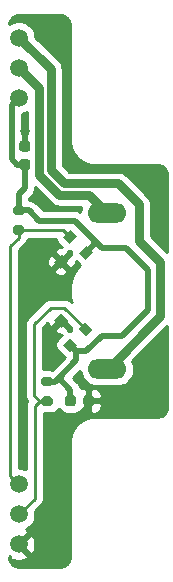
<source format=gbr>
%TF.GenerationSoftware,KiCad,Pcbnew,5.1.9-73d0e3b20d~88~ubuntu20.04.1*%
%TF.CreationDate,2021-04-02T20:19:58-07:00*%
%TF.ProjectId,encoder,656e636f-6465-4722-9e6b-696361645f70,rev?*%
%TF.SameCoordinates,Original*%
%TF.FileFunction,Copper,L1,Top*%
%TF.FilePolarity,Positive*%
%FSLAX46Y46*%
G04 Gerber Fmt 4.6, Leading zero omitted, Abs format (unit mm)*
G04 Created by KiCad (PCBNEW 5.1.9-73d0e3b20d~88~ubuntu20.04.1) date 2021-04-02 20:19:58*
%MOMM*%
%LPD*%
G01*
G04 APERTURE LIST*
%TA.AperFunction,ComponentPad*%
%ADD10O,3.300000X1.650000*%
%TD*%
%TA.AperFunction,ComponentPad*%
%ADD11C,1.520000*%
%TD*%
%TA.AperFunction,SMDPad,CuDef*%
%ADD12C,0.100000*%
%TD*%
%TA.AperFunction,ViaPad*%
%ADD13C,0.800000*%
%TD*%
%TA.AperFunction,Conductor*%
%ADD14C,0.750000*%
%TD*%
%TA.AperFunction,Conductor*%
%ADD15C,0.250000*%
%TD*%
%TA.AperFunction,Conductor*%
%ADD16C,0.500000*%
%TD*%
%TA.AperFunction,Conductor*%
%ADD17C,0.254000*%
%TD*%
%TA.AperFunction,Conductor*%
%ADD18C,0.100000*%
%TD*%
G04 APERTURE END LIST*
%TO.P,C2,2*%
%TO.N,/GND*%
%TA.AperFunction,SMDPad,CuDef*%
G36*
G01*
X97975000Y-109546200D02*
X97975000Y-109046200D01*
G75*
G02*
X98200000Y-108821200I225000J0D01*
G01*
X98650000Y-108821200D01*
G75*
G02*
X98875000Y-109046200I0J-225000D01*
G01*
X98875000Y-109546200D01*
G75*
G02*
X98650000Y-109771200I-225000J0D01*
G01*
X98200000Y-109771200D01*
G75*
G02*
X97975000Y-109546200I0J225000D01*
G01*
G37*
%TD.AperFunction*%
%TO.P,C2,1*%
%TO.N,/VCC*%
%TA.AperFunction,SMDPad,CuDef*%
G36*
G01*
X96425000Y-109546200D02*
X96425000Y-109046200D01*
G75*
G02*
X96650000Y-108821200I225000J0D01*
G01*
X97100000Y-108821200D01*
G75*
G02*
X97325000Y-109046200I0J-225000D01*
G01*
X97325000Y-109546200D01*
G75*
G02*
X97100000Y-109771200I-225000J0D01*
G01*
X96650000Y-109771200D01*
G75*
G02*
X96425000Y-109546200I0J225000D01*
G01*
G37*
%TD.AperFunction*%
%TD*%
%TO.P,C1,2*%
%TO.N,/GND*%
%TA.AperFunction,SMDPad,CuDef*%
G36*
G01*
X93264800Y-88194000D02*
X92764800Y-88194000D01*
G75*
G02*
X92539800Y-87969000I0J225000D01*
G01*
X92539800Y-87519000D01*
G75*
G02*
X92764800Y-87294000I225000J0D01*
G01*
X93264800Y-87294000D01*
G75*
G02*
X93489800Y-87519000I0J-225000D01*
G01*
X93489800Y-87969000D01*
G75*
G02*
X93264800Y-88194000I-225000J0D01*
G01*
G37*
%TD.AperFunction*%
%TO.P,C1,1*%
%TO.N,/VCC*%
%TA.AperFunction,SMDPad,CuDef*%
G36*
G01*
X93264800Y-89744000D02*
X92764800Y-89744000D01*
G75*
G02*
X92539800Y-89519000I0J225000D01*
G01*
X92539800Y-89069000D01*
G75*
G02*
X92764800Y-88844000I225000J0D01*
G01*
X93264800Y-88844000D01*
G75*
G02*
X93489800Y-89069000I0J-225000D01*
G01*
X93489800Y-89519000D01*
G75*
G02*
X93264800Y-89744000I-225000J0D01*
G01*
G37*
%TD.AperFunction*%
%TD*%
D10*
%TO.P,CN1,7*%
%TO.N,/MOTOR-*%
X100000000Y-106625200D03*
%TO.P,CN1,8*%
%TO.N,/MOTOR+*%
X100000000Y-93375200D03*
D11*
%TO.P,CN1,3*%
%TO.N,/QUADB*%
X92519900Y-116380000D03*
%TO.P,CN1,2*%
%TO.N,/QUADA*%
X92519900Y-118920000D03*
%TO.P,CN1,1*%
%TO.N,/GND*%
X92519900Y-121460000D03*
%TO.P,CN1,6*%
%TO.N,/MOTOR-*%
X92519900Y-78540000D03*
%TO.P,CN1,5*%
%TO.N,/MOTOR+*%
X92519900Y-81080000D03*
%TO.P,CN1,4*%
%TO.N,/VCC*%
X92519900Y-83620000D03*
%TD*%
%TO.P,R2,2*%
%TO.N,/QUADB*%
%TA.AperFunction,SMDPad,CuDef*%
G36*
G01*
X92225000Y-94425000D02*
X92775000Y-94425000D01*
G75*
G02*
X92975000Y-94625000I0J-200000D01*
G01*
X92975000Y-95025000D01*
G75*
G02*
X92775000Y-95225000I-200000J0D01*
G01*
X92225000Y-95225000D01*
G75*
G02*
X92025000Y-95025000I0J200000D01*
G01*
X92025000Y-94625000D01*
G75*
G02*
X92225000Y-94425000I200000J0D01*
G01*
G37*
%TD.AperFunction*%
%TO.P,R2,1*%
%TO.N,/VCC*%
%TA.AperFunction,SMDPad,CuDef*%
G36*
G01*
X92225000Y-92775000D02*
X92775000Y-92775000D01*
G75*
G02*
X92975000Y-92975000I0J-200000D01*
G01*
X92975000Y-93375000D01*
G75*
G02*
X92775000Y-93575000I-200000J0D01*
G01*
X92225000Y-93575000D01*
G75*
G02*
X92025000Y-93375000I0J200000D01*
G01*
X92025000Y-92975000D01*
G75*
G02*
X92225000Y-92775000I200000J0D01*
G01*
G37*
%TD.AperFunction*%
%TD*%
%TO.P,R1,2*%
%TO.N,/QUADA*%
%TA.AperFunction,SMDPad,CuDef*%
G36*
G01*
X94625000Y-108925000D02*
X95175000Y-108925000D01*
G75*
G02*
X95375000Y-109125000I0J-200000D01*
G01*
X95375000Y-109525000D01*
G75*
G02*
X95175000Y-109725000I-200000J0D01*
G01*
X94625000Y-109725000D01*
G75*
G02*
X94425000Y-109525000I0J200000D01*
G01*
X94425000Y-109125000D01*
G75*
G02*
X94625000Y-108925000I200000J0D01*
G01*
G37*
%TD.AperFunction*%
%TO.P,R1,1*%
%TO.N,/VCC*%
%TA.AperFunction,SMDPad,CuDef*%
G36*
G01*
X94625000Y-107275000D02*
X95175000Y-107275000D01*
G75*
G02*
X95375000Y-107475000I0J-200000D01*
G01*
X95375000Y-107875000D01*
G75*
G02*
X95175000Y-108075000I-200000J0D01*
G01*
X94625000Y-108075000D01*
G75*
G02*
X94425000Y-107875000I0J200000D01*
G01*
X94425000Y-107475000D01*
G75*
G02*
X94625000Y-107275000I200000J0D01*
G01*
G37*
%TD.AperFunction*%
%TD*%
%TA.AperFunction,SMDPad,CuDef*%
D12*
%TO.P,Q2,3*%
%TO.N,/GND*%
G36*
X96693934Y-102528248D02*
G01*
X96128248Y-103093934D01*
X95491852Y-102457538D01*
X96057538Y-101891852D01*
X96693934Y-102528248D01*
G37*
%TD.AperFunction*%
%TA.AperFunction,SMDPad,CuDef*%
%TO.P,Q2,2*%
%TO.N,/QUADA*%
G36*
X98779899Y-103270710D02*
G01*
X98214213Y-103836396D01*
X97577817Y-103200000D01*
X98143503Y-102634314D01*
X98779899Y-103270710D01*
G37*
%TD.AperFunction*%
%TA.AperFunction,SMDPad,CuDef*%
%TO.P,Q2,1*%
%TO.N,/VCC*%
G36*
X97436396Y-104614213D02*
G01*
X96870710Y-105179899D01*
X96234314Y-104543503D01*
X96800000Y-103977817D01*
X97436396Y-104614213D01*
G37*
%TD.AperFunction*%
%TD*%
%TA.AperFunction,SMDPad,CuDef*%
%TO.P,Q1,3*%
%TO.N,/GND*%
G36*
X96128248Y-96906066D02*
G01*
X96693934Y-97471752D01*
X96057538Y-98108148D01*
X95491852Y-97542462D01*
X96128248Y-96906066D01*
G37*
%TD.AperFunction*%
%TA.AperFunction,SMDPad,CuDef*%
%TO.P,Q1,2*%
%TO.N,/QUADB*%
G36*
X96870710Y-94820101D02*
G01*
X97436396Y-95385787D01*
X96800000Y-96022183D01*
X96234314Y-95456497D01*
X96870710Y-94820101D01*
G37*
%TD.AperFunction*%
%TA.AperFunction,SMDPad,CuDef*%
%TO.P,Q1,1*%
%TO.N,/VCC*%
G36*
X98214213Y-96163604D02*
G01*
X98779899Y-96729290D01*
X98143503Y-97365686D01*
X97577817Y-96800000D01*
X98214213Y-96163604D01*
G37*
%TD.AperFunction*%
%TD*%
D13*
%TO.N,/GND*%
X94600000Y-98500000D03*
X94200000Y-92100000D03*
X97000000Y-89300000D03*
X95200000Y-104900000D03*
X95200000Y-111400000D03*
X93014800Y-86461600D03*
%TD*%
D14*
%TO.N,/MOTOR-*%
X100029200Y-106625200D02*
X100000000Y-106625200D01*
X95200000Y-89764400D02*
X96335600Y-90900000D01*
X96335600Y-90900000D02*
X100900000Y-90900000D01*
X100900000Y-90900000D02*
X102675700Y-92675700D01*
X92519900Y-78540000D02*
X95200000Y-81220100D01*
X95200000Y-81220100D02*
X95200000Y-89764400D01*
X102675700Y-92675700D02*
X102675700Y-95741500D01*
X104495600Y-102158800D02*
X100029200Y-106625200D01*
X102675700Y-95741500D02*
X104495600Y-97561400D01*
X104495600Y-97561400D02*
X104495600Y-102158800D01*
%TO.N,/MOTOR+*%
X94249989Y-82810089D02*
X92519900Y-81080000D01*
X98474811Y-91850011D02*
X95942093Y-91850011D01*
X100000000Y-93375200D02*
X98474811Y-91850011D01*
X94249989Y-90157907D02*
X94249989Y-82810089D01*
X95942093Y-91850011D02*
X94249989Y-90157907D01*
D15*
%TO.N,/QUADB*%
X91800000Y-96200000D02*
X92500000Y-95500000D01*
X91800000Y-113120100D02*
X91800000Y-96200000D01*
X92500000Y-95500000D02*
X92500000Y-94510000D01*
X91800000Y-115660100D02*
X92201695Y-116061795D01*
X91800000Y-113120100D02*
X91800000Y-115660100D01*
X96232413Y-94818200D02*
X92506800Y-94818200D01*
X92506800Y-94818200D02*
X92500000Y-94825000D01*
X96835355Y-95421142D02*
X96232413Y-94818200D01*
%TO.N,/QUADA*%
X98200000Y-103497057D02*
X98090280Y-103606777D01*
X94900000Y-109325000D02*
X94262800Y-109325000D01*
X96345400Y-101401897D02*
X98178858Y-103235355D01*
X96345400Y-101400000D02*
X96345400Y-101401897D01*
X95200000Y-101400000D02*
X96345400Y-101400000D01*
X93802200Y-102797800D02*
X95200000Y-101400000D01*
X93802200Y-108864400D02*
X93802200Y-102797800D01*
X94262800Y-109325000D02*
X93802200Y-108864400D01*
X93853000Y-117586900D02*
X92519900Y-118920000D01*
X93853000Y-109734800D02*
X93853000Y-117586900D01*
X94262800Y-109325000D02*
X93853000Y-109734800D01*
D16*
%TO.N,/GND*%
X94600000Y-98500000D02*
X95124200Y-98500000D01*
X95124200Y-98475800D02*
X95124200Y-98500000D01*
X96092893Y-97507107D02*
X95124200Y-98475800D01*
X95200000Y-103402600D02*
X95200000Y-104900000D01*
X96092893Y-102509707D02*
X95200000Y-103402600D01*
X96092893Y-102492893D02*
X96092893Y-102509707D01*
X93014800Y-87744000D02*
X93014800Y-86461600D01*
X98425000Y-109296200D02*
X98425000Y-109753400D01*
X96778400Y-111400000D02*
X95200000Y-111400000D01*
X98425000Y-109753400D02*
X96778400Y-111400000D01*
%TO.N,/VCC*%
X98178858Y-96764645D02*
X99071952Y-95871552D01*
X96835355Y-104578858D02*
X97361697Y-105105200D01*
X97361697Y-105528303D02*
X97361697Y-105105200D01*
X97361697Y-105863703D02*
X97361697Y-105528303D01*
X94900000Y-107675000D02*
X95550400Y-107675000D01*
X101574600Y-96367600D02*
X99568000Y-96367600D01*
X103454200Y-98247200D02*
X101574600Y-96367600D01*
X103454200Y-101600000D02*
X103454200Y-98247200D01*
X101257100Y-103797100D02*
X103454200Y-101600000D01*
X99568000Y-96367600D02*
X99071952Y-95871552D01*
X99529900Y-103797100D02*
X101257100Y-103797100D01*
X98221800Y-105105200D02*
X99529900Y-103797100D01*
X97361697Y-105105200D02*
X98221800Y-105105200D01*
X93360772Y-93175000D02*
X92500000Y-93175000D01*
X94241972Y-94056200D02*
X93360772Y-93175000D01*
X97256600Y-94056200D02*
X94241972Y-94056200D01*
X99071952Y-95871552D02*
X97256600Y-94056200D01*
X91900000Y-84239900D02*
X92519900Y-83620000D01*
X92500000Y-93175000D02*
X92500000Y-92728600D01*
X92500000Y-92728600D02*
X92500000Y-91802400D01*
X93014800Y-91287600D02*
X93014800Y-89294000D01*
X92500000Y-91802400D02*
X93014800Y-91287600D01*
X93014800Y-89294000D02*
X92367400Y-89294000D01*
X91900000Y-88826600D02*
X91900000Y-84239900D01*
X92367400Y-89294000D02*
X91900000Y-88826600D01*
X96875000Y-108355800D02*
X95872300Y-107353100D01*
X96875000Y-109296200D02*
X96875000Y-108355800D01*
X95872300Y-107353100D02*
X97361697Y-105863703D01*
X95550400Y-107675000D02*
X95872300Y-107353100D01*
%TD*%
D17*
%TO.N,/GND*%
X105090000Y-109774659D02*
X105079458Y-109911704D01*
X105075749Y-109959926D01*
X105063954Y-110011036D01*
X105041495Y-110078415D01*
X105009514Y-110155168D01*
X104974904Y-110224388D01*
X104942338Y-110275563D01*
X104896606Y-110332729D01*
X104842665Y-110392663D01*
X104782739Y-110446596D01*
X104725561Y-110492339D01*
X104674388Y-110524904D01*
X104605168Y-110559514D01*
X104528418Y-110591494D01*
X104461037Y-110613954D01*
X104409926Y-110625749D01*
X104361705Y-110629458D01*
X104361703Y-110629458D01*
X104224659Y-110640000D01*
X99007025Y-110640000D01*
X98981703Y-110639458D01*
X98974657Y-110640000D01*
X98967581Y-110640000D01*
X98942341Y-110642486D01*
X98851705Y-110649458D01*
X98851703Y-110649458D01*
X98737003Y-110658281D01*
X98719810Y-110657115D01*
X98672329Y-110663256D01*
X98657057Y-110664431D01*
X98640175Y-110667415D01*
X98623181Y-110669613D01*
X98608263Y-110673056D01*
X98561111Y-110681390D01*
X98545052Y-110687643D01*
X98462458Y-110706703D01*
X98432045Y-110713618D01*
X98431041Y-110713953D01*
X98430004Y-110714192D01*
X98400388Y-110724170D01*
X98289133Y-110761255D01*
X98266080Y-110768301D01*
X98258420Y-110771493D01*
X98250535Y-110774121D01*
X98228499Y-110783960D01*
X98125087Y-110827048D01*
X98103836Y-110835180D01*
X98095163Y-110839516D01*
X98086229Y-110843239D01*
X98066213Y-110853992D01*
X98011519Y-110881339D01*
X98009945Y-110881778D01*
X97953411Y-110910393D01*
X97925843Y-110924177D01*
X97924468Y-110925043D01*
X97923013Y-110925779D01*
X97896923Y-110942382D01*
X97843387Y-110976082D01*
X97842202Y-110977205D01*
X97837738Y-110980045D01*
X97834698Y-110981260D01*
X97782930Y-111014923D01*
X97758312Y-111030589D01*
X97755753Y-111032595D01*
X97753016Y-111034375D01*
X97730180Y-111052644D01*
X97681634Y-111090703D01*
X97679500Y-111093188D01*
X97638035Y-111126360D01*
X97622580Y-111137739D01*
X97612725Y-111146608D01*
X97602387Y-111154879D01*
X97588660Y-111168267D01*
X97545069Y-111207500D01*
X97543077Y-111208703D01*
X97496760Y-111250978D01*
X97474387Y-111271114D01*
X97472830Y-111272820D01*
X97471113Y-111274387D01*
X97450885Y-111296862D01*
X97408703Y-111343077D01*
X97407500Y-111345069D01*
X97368271Y-111388657D01*
X97354879Y-111402387D01*
X97346603Y-111412733D01*
X97337739Y-111422581D01*
X97326365Y-111438029D01*
X97293190Y-111479499D01*
X97290703Y-111481634D01*
X97252611Y-111530223D01*
X97234375Y-111553017D01*
X97232599Y-111555748D01*
X97230589Y-111558312D01*
X97214910Y-111582950D01*
X97181259Y-111634699D01*
X97180043Y-111637741D01*
X97177205Y-111642202D01*
X97176082Y-111643387D01*
X97142445Y-111696823D01*
X97125779Y-111723013D01*
X97125043Y-111724468D01*
X97124177Y-111725843D01*
X97110393Y-111753411D01*
X97081778Y-111809945D01*
X97081339Y-111811519D01*
X97053992Y-111866213D01*
X97043239Y-111886229D01*
X97039516Y-111895163D01*
X97035180Y-111903836D01*
X97027045Y-111925094D01*
X96983960Y-112028499D01*
X96974121Y-112050535D01*
X96971493Y-112058420D01*
X96968301Y-112066080D01*
X96961254Y-112089136D01*
X96924196Y-112200312D01*
X96914192Y-112230004D01*
X96913952Y-112231044D01*
X96913618Y-112232046D01*
X96906715Y-112262403D01*
X96887643Y-112345051D01*
X96881390Y-112361111D01*
X96873055Y-112408266D01*
X96869613Y-112423182D01*
X96867415Y-112440173D01*
X96864431Y-112457057D01*
X96863256Y-112472330D01*
X96857115Y-112519810D01*
X96858281Y-112537003D01*
X96854431Y-112587057D01*
X96842483Y-112742384D01*
X96840001Y-112767581D01*
X96840001Y-112774645D01*
X96839458Y-112781704D01*
X96840001Y-112807072D01*
X96840000Y-122474659D01*
X96829458Y-122611703D01*
X96825749Y-122659926D01*
X96813954Y-122711036D01*
X96791495Y-122778415D01*
X96759514Y-122855168D01*
X96724904Y-122924388D01*
X96692338Y-122975563D01*
X96646606Y-123032729D01*
X96592665Y-123092663D01*
X96532739Y-123146596D01*
X96475561Y-123192339D01*
X96424388Y-123224904D01*
X96355168Y-123259514D01*
X96278418Y-123291494D01*
X96211037Y-123313954D01*
X96159926Y-123325749D01*
X96111705Y-123329458D01*
X96111703Y-123329458D01*
X95974659Y-123340000D01*
X92525341Y-123340000D01*
X92388296Y-123329458D01*
X92388295Y-123329458D01*
X92340074Y-123325749D01*
X92288964Y-123313954D01*
X92221585Y-123291495D01*
X92144832Y-123259514D01*
X92075612Y-123224904D01*
X92024437Y-123192338D01*
X91967271Y-123146606D01*
X91907337Y-123092665D01*
X91853404Y-123032739D01*
X91807661Y-122975561D01*
X91775096Y-122924388D01*
X91740486Y-122855168D01*
X91708506Y-122778418D01*
X91686046Y-122711037D01*
X91674251Y-122659926D01*
X91670542Y-122611703D01*
X91661775Y-122497733D01*
X91735369Y-122424139D01*
X91802106Y-122664025D01*
X92050792Y-122780924D01*
X92317506Y-122847061D01*
X92591997Y-122859895D01*
X92863717Y-122818931D01*
X93122226Y-122725744D01*
X93237694Y-122664025D01*
X93304431Y-122424137D01*
X92519900Y-121639605D01*
X92505758Y-121653748D01*
X92326152Y-121474142D01*
X92340295Y-121460000D01*
X92699505Y-121460000D01*
X93484037Y-122244531D01*
X93723925Y-122177794D01*
X93840824Y-121929108D01*
X93906961Y-121662394D01*
X93919795Y-121387903D01*
X93878831Y-121116183D01*
X93785644Y-120857674D01*
X93723925Y-120742206D01*
X93484037Y-120675469D01*
X92699505Y-121460000D01*
X92340295Y-121460000D01*
X92326152Y-121445858D01*
X92505758Y-121266252D01*
X92519900Y-121280395D01*
X93304431Y-120495863D01*
X93237694Y-120255975D01*
X93098193Y-120190400D01*
X93180680Y-120156233D01*
X93409161Y-120003567D01*
X93603467Y-119809261D01*
X93756133Y-119580780D01*
X93861291Y-119326907D01*
X93914900Y-119057396D01*
X93914900Y-118782604D01*
X93884571Y-118630130D01*
X94364003Y-118150699D01*
X94393001Y-118126901D01*
X94419332Y-118094817D01*
X94487974Y-118011177D01*
X94558546Y-117879147D01*
X94590138Y-117775000D01*
X94602003Y-117735886D01*
X94613000Y-117624233D01*
X94613000Y-117624224D01*
X94616676Y-117586901D01*
X94613000Y-117549578D01*
X94613000Y-110361890D01*
X94625000Y-110363072D01*
X95175000Y-110363072D01*
X95338500Y-110346969D01*
X95495716Y-110299278D01*
X95640608Y-110221831D01*
X95767606Y-110117606D01*
X95871831Y-109990608D01*
X95892729Y-109951511D01*
X95932382Y-110025697D01*
X96039716Y-110156484D01*
X96170503Y-110263818D01*
X96319717Y-110343575D01*
X96481623Y-110392688D01*
X96650000Y-110409272D01*
X97100000Y-110409272D01*
X97268377Y-110392688D01*
X97430283Y-110343575D01*
X97576351Y-110265500D01*
X97620506Y-110301737D01*
X97730820Y-110360702D01*
X97850518Y-110397012D01*
X97975000Y-110409272D01*
X98139250Y-110406200D01*
X98298000Y-110247450D01*
X98298000Y-109423200D01*
X98552000Y-109423200D01*
X98552000Y-110247450D01*
X98710750Y-110406200D01*
X98875000Y-110409272D01*
X98999482Y-110397012D01*
X99119180Y-110360702D01*
X99229494Y-110301737D01*
X99326185Y-110222385D01*
X99405537Y-110125694D01*
X99464502Y-110015380D01*
X99500812Y-109895682D01*
X99513072Y-109771200D01*
X99510000Y-109581950D01*
X99351250Y-109423200D01*
X98552000Y-109423200D01*
X98298000Y-109423200D01*
X98278000Y-109423200D01*
X98278000Y-109169200D01*
X98298000Y-109169200D01*
X98298000Y-108344950D01*
X98552000Y-108344950D01*
X98552000Y-109169200D01*
X99351250Y-109169200D01*
X99510000Y-109010450D01*
X99513072Y-108821200D01*
X99500812Y-108696718D01*
X99464502Y-108577020D01*
X99405537Y-108466706D01*
X99326185Y-108370015D01*
X99229494Y-108290663D01*
X99119180Y-108231698D01*
X98999482Y-108195388D01*
X98875000Y-108183128D01*
X98710750Y-108186200D01*
X98552000Y-108344950D01*
X98298000Y-108344950D01*
X98139250Y-108186200D01*
X97975000Y-108183128D01*
X97850518Y-108195388D01*
X97751443Y-108225442D01*
X97747195Y-108182310D01*
X97743176Y-108169059D01*
X97719954Y-108092510D01*
X97696589Y-108015487D01*
X97614411Y-107861741D01*
X97503817Y-107726983D01*
X97470049Y-107699270D01*
X97123879Y-107353100D01*
X97720833Y-106756146D01*
X97736125Y-106911410D01*
X97819610Y-107186621D01*
X97955181Y-107440257D01*
X98137629Y-107662571D01*
X98359943Y-107845019D01*
X98613579Y-107980590D01*
X98888790Y-108064075D01*
X99103277Y-108085200D01*
X100896723Y-108085200D01*
X101111210Y-108064075D01*
X101386421Y-107980590D01*
X101640057Y-107845019D01*
X101862371Y-107662571D01*
X102044819Y-107440257D01*
X102180390Y-107186621D01*
X102263875Y-106911410D01*
X102292064Y-106625200D01*
X102263875Y-106338990D01*
X102180390Y-106063779D01*
X102124165Y-105958590D01*
X105090000Y-102992756D01*
X105090000Y-109774659D01*
%TA.AperFunction,Conductor*%
D18*
G36*
X105090000Y-109774659D02*
G01*
X105079458Y-109911704D01*
X105075749Y-109959926D01*
X105063954Y-110011036D01*
X105041495Y-110078415D01*
X105009514Y-110155168D01*
X104974904Y-110224388D01*
X104942338Y-110275563D01*
X104896606Y-110332729D01*
X104842665Y-110392663D01*
X104782739Y-110446596D01*
X104725561Y-110492339D01*
X104674388Y-110524904D01*
X104605168Y-110559514D01*
X104528418Y-110591494D01*
X104461037Y-110613954D01*
X104409926Y-110625749D01*
X104361705Y-110629458D01*
X104361703Y-110629458D01*
X104224659Y-110640000D01*
X99007025Y-110640000D01*
X98981703Y-110639458D01*
X98974657Y-110640000D01*
X98967581Y-110640000D01*
X98942341Y-110642486D01*
X98851705Y-110649458D01*
X98851703Y-110649458D01*
X98737003Y-110658281D01*
X98719810Y-110657115D01*
X98672329Y-110663256D01*
X98657057Y-110664431D01*
X98640175Y-110667415D01*
X98623181Y-110669613D01*
X98608263Y-110673056D01*
X98561111Y-110681390D01*
X98545052Y-110687643D01*
X98462458Y-110706703D01*
X98432045Y-110713618D01*
X98431041Y-110713953D01*
X98430004Y-110714192D01*
X98400388Y-110724170D01*
X98289133Y-110761255D01*
X98266080Y-110768301D01*
X98258420Y-110771493D01*
X98250535Y-110774121D01*
X98228499Y-110783960D01*
X98125087Y-110827048D01*
X98103836Y-110835180D01*
X98095163Y-110839516D01*
X98086229Y-110843239D01*
X98066213Y-110853992D01*
X98011519Y-110881339D01*
X98009945Y-110881778D01*
X97953411Y-110910393D01*
X97925843Y-110924177D01*
X97924468Y-110925043D01*
X97923013Y-110925779D01*
X97896923Y-110942382D01*
X97843387Y-110976082D01*
X97842202Y-110977205D01*
X97837738Y-110980045D01*
X97834698Y-110981260D01*
X97782930Y-111014923D01*
X97758312Y-111030589D01*
X97755753Y-111032595D01*
X97753016Y-111034375D01*
X97730180Y-111052644D01*
X97681634Y-111090703D01*
X97679500Y-111093188D01*
X97638035Y-111126360D01*
X97622580Y-111137739D01*
X97612725Y-111146608D01*
X97602387Y-111154879D01*
X97588660Y-111168267D01*
X97545069Y-111207500D01*
X97543077Y-111208703D01*
X97496760Y-111250978D01*
X97474387Y-111271114D01*
X97472830Y-111272820D01*
X97471113Y-111274387D01*
X97450885Y-111296862D01*
X97408703Y-111343077D01*
X97407500Y-111345069D01*
X97368271Y-111388657D01*
X97354879Y-111402387D01*
X97346603Y-111412733D01*
X97337739Y-111422581D01*
X97326365Y-111438029D01*
X97293190Y-111479499D01*
X97290703Y-111481634D01*
X97252611Y-111530223D01*
X97234375Y-111553017D01*
X97232599Y-111555748D01*
X97230589Y-111558312D01*
X97214910Y-111582950D01*
X97181259Y-111634699D01*
X97180043Y-111637741D01*
X97177205Y-111642202D01*
X97176082Y-111643387D01*
X97142445Y-111696823D01*
X97125779Y-111723013D01*
X97125043Y-111724468D01*
X97124177Y-111725843D01*
X97110393Y-111753411D01*
X97081778Y-111809945D01*
X97081339Y-111811519D01*
X97053992Y-111866213D01*
X97043239Y-111886229D01*
X97039516Y-111895163D01*
X97035180Y-111903836D01*
X97027045Y-111925094D01*
X96983960Y-112028499D01*
X96974121Y-112050535D01*
X96971493Y-112058420D01*
X96968301Y-112066080D01*
X96961254Y-112089136D01*
X96924196Y-112200312D01*
X96914192Y-112230004D01*
X96913952Y-112231044D01*
X96913618Y-112232046D01*
X96906715Y-112262403D01*
X96887643Y-112345051D01*
X96881390Y-112361111D01*
X96873055Y-112408266D01*
X96869613Y-112423182D01*
X96867415Y-112440173D01*
X96864431Y-112457057D01*
X96863256Y-112472330D01*
X96857115Y-112519810D01*
X96858281Y-112537003D01*
X96854431Y-112587057D01*
X96842483Y-112742384D01*
X96840001Y-112767581D01*
X96840001Y-112774645D01*
X96839458Y-112781704D01*
X96840001Y-112807072D01*
X96840000Y-122474659D01*
X96829458Y-122611703D01*
X96825749Y-122659926D01*
X96813954Y-122711036D01*
X96791495Y-122778415D01*
X96759514Y-122855168D01*
X96724904Y-122924388D01*
X96692338Y-122975563D01*
X96646606Y-123032729D01*
X96592665Y-123092663D01*
X96532739Y-123146596D01*
X96475561Y-123192339D01*
X96424388Y-123224904D01*
X96355168Y-123259514D01*
X96278418Y-123291494D01*
X96211037Y-123313954D01*
X96159926Y-123325749D01*
X96111705Y-123329458D01*
X96111703Y-123329458D01*
X95974659Y-123340000D01*
X92525341Y-123340000D01*
X92388296Y-123329458D01*
X92388295Y-123329458D01*
X92340074Y-123325749D01*
X92288964Y-123313954D01*
X92221585Y-123291495D01*
X92144832Y-123259514D01*
X92075612Y-123224904D01*
X92024437Y-123192338D01*
X91967271Y-123146606D01*
X91907337Y-123092665D01*
X91853404Y-123032739D01*
X91807661Y-122975561D01*
X91775096Y-122924388D01*
X91740486Y-122855168D01*
X91708506Y-122778418D01*
X91686046Y-122711037D01*
X91674251Y-122659926D01*
X91670542Y-122611703D01*
X91661775Y-122497733D01*
X91735369Y-122424139D01*
X91802106Y-122664025D01*
X92050792Y-122780924D01*
X92317506Y-122847061D01*
X92591997Y-122859895D01*
X92863717Y-122818931D01*
X93122226Y-122725744D01*
X93237694Y-122664025D01*
X93304431Y-122424137D01*
X92519900Y-121639605D01*
X92505758Y-121653748D01*
X92326152Y-121474142D01*
X92340295Y-121460000D01*
X92699505Y-121460000D01*
X93484037Y-122244531D01*
X93723925Y-122177794D01*
X93840824Y-121929108D01*
X93906961Y-121662394D01*
X93919795Y-121387903D01*
X93878831Y-121116183D01*
X93785644Y-120857674D01*
X93723925Y-120742206D01*
X93484037Y-120675469D01*
X92699505Y-121460000D01*
X92340295Y-121460000D01*
X92326152Y-121445858D01*
X92505758Y-121266252D01*
X92519900Y-121280395D01*
X93304431Y-120495863D01*
X93237694Y-120255975D01*
X93098193Y-120190400D01*
X93180680Y-120156233D01*
X93409161Y-120003567D01*
X93603467Y-119809261D01*
X93756133Y-119580780D01*
X93861291Y-119326907D01*
X93914900Y-119057396D01*
X93914900Y-118782604D01*
X93884571Y-118630130D01*
X94364003Y-118150699D01*
X94393001Y-118126901D01*
X94419332Y-118094817D01*
X94487974Y-118011177D01*
X94558546Y-117879147D01*
X94590138Y-117775000D01*
X94602003Y-117735886D01*
X94613000Y-117624233D01*
X94613000Y-117624224D01*
X94616676Y-117586901D01*
X94613000Y-117549578D01*
X94613000Y-110361890D01*
X94625000Y-110363072D01*
X95175000Y-110363072D01*
X95338500Y-110346969D01*
X95495716Y-110299278D01*
X95640608Y-110221831D01*
X95767606Y-110117606D01*
X95871831Y-109990608D01*
X95892729Y-109951511D01*
X95932382Y-110025697D01*
X96039716Y-110156484D01*
X96170503Y-110263818D01*
X96319717Y-110343575D01*
X96481623Y-110392688D01*
X96650000Y-110409272D01*
X97100000Y-110409272D01*
X97268377Y-110392688D01*
X97430283Y-110343575D01*
X97576351Y-110265500D01*
X97620506Y-110301737D01*
X97730820Y-110360702D01*
X97850518Y-110397012D01*
X97975000Y-110409272D01*
X98139250Y-110406200D01*
X98298000Y-110247450D01*
X98298000Y-109423200D01*
X98552000Y-109423200D01*
X98552000Y-110247450D01*
X98710750Y-110406200D01*
X98875000Y-110409272D01*
X98999482Y-110397012D01*
X99119180Y-110360702D01*
X99229494Y-110301737D01*
X99326185Y-110222385D01*
X99405537Y-110125694D01*
X99464502Y-110015380D01*
X99500812Y-109895682D01*
X99513072Y-109771200D01*
X99510000Y-109581950D01*
X99351250Y-109423200D01*
X98552000Y-109423200D01*
X98298000Y-109423200D01*
X98278000Y-109423200D01*
X98278000Y-109169200D01*
X98298000Y-109169200D01*
X98298000Y-108344950D01*
X98552000Y-108344950D01*
X98552000Y-109169200D01*
X99351250Y-109169200D01*
X99510000Y-109010450D01*
X99513072Y-108821200D01*
X99500812Y-108696718D01*
X99464502Y-108577020D01*
X99405537Y-108466706D01*
X99326185Y-108370015D01*
X99229494Y-108290663D01*
X99119180Y-108231698D01*
X98999482Y-108195388D01*
X98875000Y-108183128D01*
X98710750Y-108186200D01*
X98552000Y-108344950D01*
X98298000Y-108344950D01*
X98139250Y-108186200D01*
X97975000Y-108183128D01*
X97850518Y-108195388D01*
X97751443Y-108225442D01*
X97747195Y-108182310D01*
X97743176Y-108169059D01*
X97719954Y-108092510D01*
X97696589Y-108015487D01*
X97614411Y-107861741D01*
X97503817Y-107726983D01*
X97470049Y-107699270D01*
X97123879Y-107353100D01*
X97720833Y-106756146D01*
X97736125Y-106911410D01*
X97819610Y-107186621D01*
X97955181Y-107440257D01*
X98137629Y-107662571D01*
X98359943Y-107845019D01*
X98613579Y-107980590D01*
X98888790Y-108064075D01*
X99103277Y-108085200D01*
X100896723Y-108085200D01*
X101111210Y-108064075D01*
X101386421Y-107980590D01*
X101640057Y-107845019D01*
X101862371Y-107662571D01*
X102044819Y-107440257D01*
X102180390Y-107186621D01*
X102263875Y-106911410D01*
X102292064Y-106625200D01*
X102263875Y-106338990D01*
X102180390Y-106063779D01*
X102124165Y-105958590D01*
X105090000Y-102992756D01*
X105090000Y-109774659D01*
G37*
%TD.AperFunction*%
D17*
X95608502Y-95580979D02*
X95644812Y-95700677D01*
X95703777Y-95810991D01*
X95783129Y-95907682D01*
X96145101Y-96269654D01*
X96128248Y-96267994D01*
X96003767Y-96280255D01*
X95884069Y-96316564D01*
X95773754Y-96375528D01*
X95677063Y-96454881D01*
X95563093Y-96573196D01*
X95563093Y-96797702D01*
X96092893Y-97327502D01*
X96658048Y-96762347D01*
X96658048Y-96642696D01*
X96675518Y-96647995D01*
X96800000Y-96660255D01*
X96924482Y-96647995D01*
X96963989Y-96636011D01*
X96952005Y-96675518D01*
X96939745Y-96800000D01*
X96952005Y-96924482D01*
X96957304Y-96941952D01*
X96837653Y-96941952D01*
X96272498Y-97507107D01*
X96802298Y-98036907D01*
X97026804Y-98036907D01*
X97145119Y-97922937D01*
X97224472Y-97826246D01*
X97283436Y-97715931D01*
X97319745Y-97596233D01*
X97332006Y-97471752D01*
X97330346Y-97454899D01*
X97692318Y-97816871D01*
X97704344Y-97826741D01*
X97545468Y-97985617D01*
X97199644Y-98503179D01*
X96961437Y-99078262D01*
X96840000Y-99688767D01*
X96840000Y-100311233D01*
X96961437Y-100921738D01*
X96976565Y-100958261D01*
X96917885Y-100899581D01*
X96885401Y-100859999D01*
X96769676Y-100765026D01*
X96637647Y-100694454D01*
X96494386Y-100650997D01*
X96382733Y-100640000D01*
X96345400Y-100636323D01*
X96308067Y-100640000D01*
X95237325Y-100640000D01*
X95200000Y-100636324D01*
X95162675Y-100640000D01*
X95162667Y-100640000D01*
X95051014Y-100650997D01*
X94907753Y-100694454D01*
X94775724Y-100765026D01*
X94659999Y-100859999D01*
X94636201Y-100888997D01*
X93291198Y-102234001D01*
X93262200Y-102257799D01*
X93238402Y-102286797D01*
X93238401Y-102286798D01*
X93167226Y-102373524D01*
X93096654Y-102505554D01*
X93073460Y-102582019D01*
X93053198Y-102648814D01*
X93045927Y-102722640D01*
X93038524Y-102797800D01*
X93042201Y-102835132D01*
X93042200Y-108827077D01*
X93038524Y-108864400D01*
X93042200Y-108901722D01*
X93042200Y-108901732D01*
X93053197Y-109013385D01*
X93091229Y-109138761D01*
X93096654Y-109156646D01*
X93167226Y-109288676D01*
X93197037Y-109325000D01*
X93205062Y-109334778D01*
X93167039Y-109405913D01*
X93147454Y-109442554D01*
X93103997Y-109585815D01*
X93093000Y-109697468D01*
X93093000Y-109697478D01*
X93089324Y-109734800D01*
X93093000Y-109772122D01*
X93093001Y-115107449D01*
X92926807Y-115038609D01*
X92657296Y-114985000D01*
X92560000Y-114985000D01*
X92560000Y-98251867D01*
X95527738Y-98251867D01*
X95527738Y-98476374D01*
X95606353Y-98559333D01*
X95703044Y-98638686D01*
X95813358Y-98697650D01*
X95933056Y-98733959D01*
X96057538Y-98746220D01*
X96182019Y-98733959D01*
X96301717Y-98697650D01*
X96412032Y-98638686D01*
X96508723Y-98559333D01*
X96622693Y-98441018D01*
X96622693Y-98216512D01*
X96092893Y-97686712D01*
X95527738Y-98251867D01*
X92560000Y-98251867D01*
X92560000Y-97542462D01*
X94853780Y-97542462D01*
X94866041Y-97666944D01*
X94902350Y-97786642D01*
X94961314Y-97896956D01*
X95040667Y-97993647D01*
X95123626Y-98072262D01*
X95348133Y-98072262D01*
X95913288Y-97507107D01*
X95383488Y-96977307D01*
X95158982Y-96977307D01*
X95040667Y-97091277D01*
X94961314Y-97187968D01*
X94902350Y-97298283D01*
X94866041Y-97417981D01*
X94853780Y-97542462D01*
X92560000Y-97542462D01*
X92560000Y-96514802D01*
X93011009Y-96063794D01*
X93040001Y-96040001D01*
X93063795Y-96011008D01*
X93063799Y-96011004D01*
X93134973Y-95924277D01*
X93134974Y-95924276D01*
X93205546Y-95792247D01*
X93224255Y-95730572D01*
X93240608Y-95721831D01*
X93367606Y-95617606D01*
X93399946Y-95578200D01*
X95608228Y-95578200D01*
X95608502Y-95580979D01*
%TA.AperFunction,Conductor*%
D18*
G36*
X95608502Y-95580979D02*
G01*
X95644812Y-95700677D01*
X95703777Y-95810991D01*
X95783129Y-95907682D01*
X96145101Y-96269654D01*
X96128248Y-96267994D01*
X96003767Y-96280255D01*
X95884069Y-96316564D01*
X95773754Y-96375528D01*
X95677063Y-96454881D01*
X95563093Y-96573196D01*
X95563093Y-96797702D01*
X96092893Y-97327502D01*
X96658048Y-96762347D01*
X96658048Y-96642696D01*
X96675518Y-96647995D01*
X96800000Y-96660255D01*
X96924482Y-96647995D01*
X96963989Y-96636011D01*
X96952005Y-96675518D01*
X96939745Y-96800000D01*
X96952005Y-96924482D01*
X96957304Y-96941952D01*
X96837653Y-96941952D01*
X96272498Y-97507107D01*
X96802298Y-98036907D01*
X97026804Y-98036907D01*
X97145119Y-97922937D01*
X97224472Y-97826246D01*
X97283436Y-97715931D01*
X97319745Y-97596233D01*
X97332006Y-97471752D01*
X97330346Y-97454899D01*
X97692318Y-97816871D01*
X97704344Y-97826741D01*
X97545468Y-97985617D01*
X97199644Y-98503179D01*
X96961437Y-99078262D01*
X96840000Y-99688767D01*
X96840000Y-100311233D01*
X96961437Y-100921738D01*
X96976565Y-100958261D01*
X96917885Y-100899581D01*
X96885401Y-100859999D01*
X96769676Y-100765026D01*
X96637647Y-100694454D01*
X96494386Y-100650997D01*
X96382733Y-100640000D01*
X96345400Y-100636323D01*
X96308067Y-100640000D01*
X95237325Y-100640000D01*
X95200000Y-100636324D01*
X95162675Y-100640000D01*
X95162667Y-100640000D01*
X95051014Y-100650997D01*
X94907753Y-100694454D01*
X94775724Y-100765026D01*
X94659999Y-100859999D01*
X94636201Y-100888997D01*
X93291198Y-102234001D01*
X93262200Y-102257799D01*
X93238402Y-102286797D01*
X93238401Y-102286798D01*
X93167226Y-102373524D01*
X93096654Y-102505554D01*
X93073460Y-102582019D01*
X93053198Y-102648814D01*
X93045927Y-102722640D01*
X93038524Y-102797800D01*
X93042201Y-102835132D01*
X93042200Y-108827077D01*
X93038524Y-108864400D01*
X93042200Y-108901722D01*
X93042200Y-108901732D01*
X93053197Y-109013385D01*
X93091229Y-109138761D01*
X93096654Y-109156646D01*
X93167226Y-109288676D01*
X93197037Y-109325000D01*
X93205062Y-109334778D01*
X93167039Y-109405913D01*
X93147454Y-109442554D01*
X93103997Y-109585815D01*
X93093000Y-109697468D01*
X93093000Y-109697478D01*
X93089324Y-109734800D01*
X93093000Y-109772122D01*
X93093001Y-115107449D01*
X92926807Y-115038609D01*
X92657296Y-114985000D01*
X92560000Y-114985000D01*
X92560000Y-98251867D01*
X95527738Y-98251867D01*
X95527738Y-98476374D01*
X95606353Y-98559333D01*
X95703044Y-98638686D01*
X95813358Y-98697650D01*
X95933056Y-98733959D01*
X96057538Y-98746220D01*
X96182019Y-98733959D01*
X96301717Y-98697650D01*
X96412032Y-98638686D01*
X96508723Y-98559333D01*
X96622693Y-98441018D01*
X96622693Y-98216512D01*
X96092893Y-97686712D01*
X95527738Y-98251867D01*
X92560000Y-98251867D01*
X92560000Y-97542462D01*
X94853780Y-97542462D01*
X94866041Y-97666944D01*
X94902350Y-97786642D01*
X94961314Y-97896956D01*
X95040667Y-97993647D01*
X95123626Y-98072262D01*
X95348133Y-98072262D01*
X95913288Y-97507107D01*
X95383488Y-96977307D01*
X95158982Y-96977307D01*
X95040667Y-97091277D01*
X94961314Y-97187968D01*
X94902350Y-97298283D01*
X94866041Y-97417981D01*
X94853780Y-97542462D01*
X92560000Y-97542462D01*
X92560000Y-96514802D01*
X93011009Y-96063794D01*
X93040001Y-96040001D01*
X93063795Y-96011008D01*
X93063799Y-96011004D01*
X93134973Y-95924277D01*
X93134974Y-95924276D01*
X93205546Y-95792247D01*
X93224255Y-95730572D01*
X93240608Y-95721831D01*
X93367606Y-95617606D01*
X93399946Y-95578200D01*
X95608228Y-95578200D01*
X95608502Y-95580979D01*
G37*
%TD.AperFunction*%
D17*
X96286641Y-102478751D02*
X96272498Y-102492893D01*
X96837653Y-103058048D01*
X96926749Y-103058048D01*
X96951307Y-103082606D01*
X96939745Y-103200000D01*
X96952005Y-103324482D01*
X96963989Y-103363989D01*
X96924482Y-103352005D01*
X96800000Y-103339745D01*
X96675518Y-103352005D01*
X96658048Y-103357304D01*
X96658048Y-103237653D01*
X96092893Y-102672498D01*
X95563093Y-103202298D01*
X95563093Y-103426804D01*
X95677063Y-103545119D01*
X95773754Y-103624472D01*
X95884069Y-103683436D01*
X96003767Y-103719745D01*
X96128248Y-103732006D01*
X96145101Y-103730346D01*
X95783129Y-104092318D01*
X95703777Y-104189009D01*
X95644812Y-104299323D01*
X95608502Y-104419021D01*
X95596242Y-104543503D01*
X95608502Y-104667985D01*
X95644812Y-104787683D01*
X95703777Y-104897997D01*
X95783129Y-104994688D01*
X96381131Y-105592690D01*
X95322379Y-106651443D01*
X95175000Y-106636928D01*
X94625000Y-106636928D01*
X94562200Y-106643113D01*
X94562200Y-103112601D01*
X94926989Y-102747813D01*
X94961314Y-102812032D01*
X95040667Y-102908723D01*
X95158982Y-103022693D01*
X95383488Y-103022693D01*
X95913288Y-102492893D01*
X95899146Y-102478751D01*
X96078751Y-102299146D01*
X96092893Y-102313288D01*
X96107036Y-102299146D01*
X96286641Y-102478751D01*
%TA.AperFunction,Conductor*%
D18*
G36*
X96286641Y-102478751D02*
G01*
X96272498Y-102492893D01*
X96837653Y-103058048D01*
X96926749Y-103058048D01*
X96951307Y-103082606D01*
X96939745Y-103200000D01*
X96952005Y-103324482D01*
X96963989Y-103363989D01*
X96924482Y-103352005D01*
X96800000Y-103339745D01*
X96675518Y-103352005D01*
X96658048Y-103357304D01*
X96658048Y-103237653D01*
X96092893Y-102672498D01*
X95563093Y-103202298D01*
X95563093Y-103426804D01*
X95677063Y-103545119D01*
X95773754Y-103624472D01*
X95884069Y-103683436D01*
X96003767Y-103719745D01*
X96128248Y-103732006D01*
X96145101Y-103730346D01*
X95783129Y-104092318D01*
X95703777Y-104189009D01*
X95644812Y-104299323D01*
X95608502Y-104419021D01*
X95596242Y-104543503D01*
X95608502Y-104667985D01*
X95644812Y-104787683D01*
X95703777Y-104897997D01*
X95783129Y-104994688D01*
X96381131Y-105592690D01*
X95322379Y-106651443D01*
X95175000Y-106636928D01*
X94625000Y-106636928D01*
X94562200Y-106643113D01*
X94562200Y-103112601D01*
X94926989Y-102747813D01*
X94961314Y-102812032D01*
X95040667Y-102908723D01*
X95158982Y-103022693D01*
X95383488Y-103022693D01*
X95913288Y-102492893D01*
X95899146Y-102478751D01*
X96078751Y-102299146D01*
X96092893Y-102313288D01*
X96107036Y-102299146D01*
X96286641Y-102478751D01*
G37*
%TD.AperFunction*%
D17*
X96111703Y-76670542D02*
X96111705Y-76670542D01*
X96159926Y-76674251D01*
X96211037Y-76686046D01*
X96278418Y-76708506D01*
X96355168Y-76740486D01*
X96424388Y-76775096D01*
X96475561Y-76807661D01*
X96532739Y-76853404D01*
X96592665Y-76907337D01*
X96646606Y-76967271D01*
X96692338Y-77024437D01*
X96724904Y-77075612D01*
X96759514Y-77144832D01*
X96791495Y-77221585D01*
X96813954Y-77288964D01*
X96825749Y-77340074D01*
X96829458Y-77388295D01*
X96829458Y-77388296D01*
X96840001Y-77525354D01*
X96840000Y-87192974D01*
X96839458Y-87218296D01*
X96840000Y-87225342D01*
X96840000Y-87232418D01*
X96842486Y-87257657D01*
X96849458Y-87348295D01*
X96849458Y-87348296D01*
X96858281Y-87462997D01*
X96857115Y-87480190D01*
X96863256Y-87527670D01*
X96864431Y-87542943D01*
X96867415Y-87559827D01*
X96869613Y-87576818D01*
X96873055Y-87591734D01*
X96881390Y-87638889D01*
X96887643Y-87654949D01*
X96906715Y-87737597D01*
X96913618Y-87767954D01*
X96913952Y-87768956D01*
X96914192Y-87769996D01*
X96924196Y-87799688D01*
X96961254Y-87910864D01*
X96968301Y-87933920D01*
X96971493Y-87941580D01*
X96974121Y-87949465D01*
X96983960Y-87971501D01*
X97027045Y-88074906D01*
X97035180Y-88096164D01*
X97039516Y-88104837D01*
X97043239Y-88113771D01*
X97053992Y-88133787D01*
X97081339Y-88188481D01*
X97081778Y-88190055D01*
X97110393Y-88246589D01*
X97124177Y-88274157D01*
X97125043Y-88275532D01*
X97125779Y-88276987D01*
X97142382Y-88303077D01*
X97176082Y-88356613D01*
X97177205Y-88357798D01*
X97180043Y-88362259D01*
X97181259Y-88365301D01*
X97214910Y-88417050D01*
X97230589Y-88441688D01*
X97232599Y-88444252D01*
X97234375Y-88446983D01*
X97252611Y-88469777D01*
X97290703Y-88518366D01*
X97293190Y-88520501D01*
X97326365Y-88561971D01*
X97337739Y-88577419D01*
X97346603Y-88587267D01*
X97354879Y-88597613D01*
X97368271Y-88611343D01*
X97407500Y-88654931D01*
X97408703Y-88656923D01*
X97450885Y-88703138D01*
X97471113Y-88725613D01*
X97472830Y-88727180D01*
X97474387Y-88728886D01*
X97496760Y-88749022D01*
X97543077Y-88791297D01*
X97545069Y-88792500D01*
X97588660Y-88831733D01*
X97602387Y-88845121D01*
X97612725Y-88853392D01*
X97622580Y-88862261D01*
X97638035Y-88873640D01*
X97679500Y-88906812D01*
X97681634Y-88909297D01*
X97730180Y-88947356D01*
X97753016Y-88965625D01*
X97755753Y-88967405D01*
X97758312Y-88969411D01*
X97782930Y-88985077D01*
X97834698Y-89018740D01*
X97837738Y-89019955D01*
X97842202Y-89022795D01*
X97843387Y-89023918D01*
X97896923Y-89057618D01*
X97923013Y-89074221D01*
X97924468Y-89074957D01*
X97925843Y-89075823D01*
X97953411Y-89089607D01*
X98009945Y-89118222D01*
X98011519Y-89118661D01*
X98066213Y-89146008D01*
X98086229Y-89156761D01*
X98095163Y-89160484D01*
X98103836Y-89164820D01*
X98125087Y-89172952D01*
X98228499Y-89216040D01*
X98250535Y-89225879D01*
X98258420Y-89228507D01*
X98266080Y-89231699D01*
X98289133Y-89238745D01*
X98400388Y-89275830D01*
X98430004Y-89285808D01*
X98431041Y-89286047D01*
X98432045Y-89286382D01*
X98462458Y-89293297D01*
X98545052Y-89312357D01*
X98561111Y-89318610D01*
X98608263Y-89326944D01*
X98623181Y-89330387D01*
X98640175Y-89332585D01*
X98657057Y-89335569D01*
X98672329Y-89336744D01*
X98719810Y-89342885D01*
X98737003Y-89341719D01*
X98851703Y-89350542D01*
X98851705Y-89350542D01*
X98942341Y-89357514D01*
X98967581Y-89360000D01*
X98974657Y-89360000D01*
X98981703Y-89360542D01*
X99007025Y-89360000D01*
X104224659Y-89360000D01*
X104361703Y-89370542D01*
X104361705Y-89370542D01*
X104409926Y-89374251D01*
X104461037Y-89386046D01*
X104528418Y-89408506D01*
X104605168Y-89440486D01*
X104674388Y-89475096D01*
X104725561Y-89507661D01*
X104782739Y-89553404D01*
X104842665Y-89607337D01*
X104896606Y-89667271D01*
X104942338Y-89724437D01*
X104974904Y-89775612D01*
X105009514Y-89844832D01*
X105041495Y-89921585D01*
X105063954Y-89988964D01*
X105075749Y-90040074D01*
X105079458Y-90088295D01*
X105079458Y-90088296D01*
X105090001Y-90225354D01*
X105090001Y-96727446D01*
X103685700Y-95323145D01*
X103685700Y-92725307D01*
X103690586Y-92675699D01*
X103671085Y-92477705D01*
X103613332Y-92287320D01*
X103585121Y-92234541D01*
X103519547Y-92111860D01*
X103393333Y-91958067D01*
X103354794Y-91926439D01*
X101649261Y-90220906D01*
X101617633Y-90182367D01*
X101463840Y-90056153D01*
X101288380Y-89962368D01*
X101097994Y-89904615D01*
X100949608Y-89890000D01*
X100900000Y-89885114D01*
X100850392Y-89890000D01*
X96753956Y-89890000D01*
X96210000Y-89346045D01*
X96210000Y-81269708D01*
X96214886Y-81220100D01*
X96195385Y-81022105D01*
X96137632Y-80831720D01*
X96043847Y-80656260D01*
X95917633Y-80502467D01*
X95879100Y-80470844D01*
X93914900Y-78506645D01*
X93914900Y-78402604D01*
X93861291Y-78133093D01*
X93756133Y-77879220D01*
X93603467Y-77650739D01*
X93409161Y-77456433D01*
X93180680Y-77303767D01*
X92926807Y-77198609D01*
X92657296Y-77145000D01*
X92382504Y-77145000D01*
X92112993Y-77198609D01*
X91859120Y-77303767D01*
X91667179Y-77432018D01*
X91670542Y-77388297D01*
X91670542Y-77388295D01*
X91674251Y-77340074D01*
X91686046Y-77288963D01*
X91708506Y-77221582D01*
X91740486Y-77144832D01*
X91775096Y-77075612D01*
X91807661Y-77024439D01*
X91853404Y-76967261D01*
X91907337Y-76907335D01*
X91967271Y-76853394D01*
X92024437Y-76807662D01*
X92075612Y-76775096D01*
X92144832Y-76740486D01*
X92221585Y-76708505D01*
X92288964Y-76686046D01*
X92340074Y-76674251D01*
X92388295Y-76670542D01*
X92388296Y-76670542D01*
X92525341Y-76660000D01*
X95974659Y-76660000D01*
X96111703Y-76670542D01*
%TA.AperFunction,Conductor*%
D18*
G36*
X96111703Y-76670542D02*
G01*
X96111705Y-76670542D01*
X96159926Y-76674251D01*
X96211037Y-76686046D01*
X96278418Y-76708506D01*
X96355168Y-76740486D01*
X96424388Y-76775096D01*
X96475561Y-76807661D01*
X96532739Y-76853404D01*
X96592665Y-76907337D01*
X96646606Y-76967271D01*
X96692338Y-77024437D01*
X96724904Y-77075612D01*
X96759514Y-77144832D01*
X96791495Y-77221585D01*
X96813954Y-77288964D01*
X96825749Y-77340074D01*
X96829458Y-77388295D01*
X96829458Y-77388296D01*
X96840001Y-77525354D01*
X96840000Y-87192974D01*
X96839458Y-87218296D01*
X96840000Y-87225342D01*
X96840000Y-87232418D01*
X96842486Y-87257657D01*
X96849458Y-87348295D01*
X96849458Y-87348296D01*
X96858281Y-87462997D01*
X96857115Y-87480190D01*
X96863256Y-87527670D01*
X96864431Y-87542943D01*
X96867415Y-87559827D01*
X96869613Y-87576818D01*
X96873055Y-87591734D01*
X96881390Y-87638889D01*
X96887643Y-87654949D01*
X96906715Y-87737597D01*
X96913618Y-87767954D01*
X96913952Y-87768956D01*
X96914192Y-87769996D01*
X96924196Y-87799688D01*
X96961254Y-87910864D01*
X96968301Y-87933920D01*
X96971493Y-87941580D01*
X96974121Y-87949465D01*
X96983960Y-87971501D01*
X97027045Y-88074906D01*
X97035180Y-88096164D01*
X97039516Y-88104837D01*
X97043239Y-88113771D01*
X97053992Y-88133787D01*
X97081339Y-88188481D01*
X97081778Y-88190055D01*
X97110393Y-88246589D01*
X97124177Y-88274157D01*
X97125043Y-88275532D01*
X97125779Y-88276987D01*
X97142382Y-88303077D01*
X97176082Y-88356613D01*
X97177205Y-88357798D01*
X97180043Y-88362259D01*
X97181259Y-88365301D01*
X97214910Y-88417050D01*
X97230589Y-88441688D01*
X97232599Y-88444252D01*
X97234375Y-88446983D01*
X97252611Y-88469777D01*
X97290703Y-88518366D01*
X97293190Y-88520501D01*
X97326365Y-88561971D01*
X97337739Y-88577419D01*
X97346603Y-88587267D01*
X97354879Y-88597613D01*
X97368271Y-88611343D01*
X97407500Y-88654931D01*
X97408703Y-88656923D01*
X97450885Y-88703138D01*
X97471113Y-88725613D01*
X97472830Y-88727180D01*
X97474387Y-88728886D01*
X97496760Y-88749022D01*
X97543077Y-88791297D01*
X97545069Y-88792500D01*
X97588660Y-88831733D01*
X97602387Y-88845121D01*
X97612725Y-88853392D01*
X97622580Y-88862261D01*
X97638035Y-88873640D01*
X97679500Y-88906812D01*
X97681634Y-88909297D01*
X97730180Y-88947356D01*
X97753016Y-88965625D01*
X97755753Y-88967405D01*
X97758312Y-88969411D01*
X97782930Y-88985077D01*
X97834698Y-89018740D01*
X97837738Y-89019955D01*
X97842202Y-89022795D01*
X97843387Y-89023918D01*
X97896923Y-89057618D01*
X97923013Y-89074221D01*
X97924468Y-89074957D01*
X97925843Y-89075823D01*
X97953411Y-89089607D01*
X98009945Y-89118222D01*
X98011519Y-89118661D01*
X98066213Y-89146008D01*
X98086229Y-89156761D01*
X98095163Y-89160484D01*
X98103836Y-89164820D01*
X98125087Y-89172952D01*
X98228499Y-89216040D01*
X98250535Y-89225879D01*
X98258420Y-89228507D01*
X98266080Y-89231699D01*
X98289133Y-89238745D01*
X98400388Y-89275830D01*
X98430004Y-89285808D01*
X98431041Y-89286047D01*
X98432045Y-89286382D01*
X98462458Y-89293297D01*
X98545052Y-89312357D01*
X98561111Y-89318610D01*
X98608263Y-89326944D01*
X98623181Y-89330387D01*
X98640175Y-89332585D01*
X98657057Y-89335569D01*
X98672329Y-89336744D01*
X98719810Y-89342885D01*
X98737003Y-89341719D01*
X98851703Y-89350542D01*
X98851705Y-89350542D01*
X98942341Y-89357514D01*
X98967581Y-89360000D01*
X98974657Y-89360000D01*
X98981703Y-89360542D01*
X99007025Y-89360000D01*
X104224659Y-89360000D01*
X104361703Y-89370542D01*
X104361705Y-89370542D01*
X104409926Y-89374251D01*
X104461037Y-89386046D01*
X104528418Y-89408506D01*
X104605168Y-89440486D01*
X104674388Y-89475096D01*
X104725561Y-89507661D01*
X104782739Y-89553404D01*
X104842665Y-89607337D01*
X104896606Y-89667271D01*
X104942338Y-89724437D01*
X104974904Y-89775612D01*
X105009514Y-89844832D01*
X105041495Y-89921585D01*
X105063954Y-89988964D01*
X105075749Y-90040074D01*
X105079458Y-90088295D01*
X105079458Y-90088296D01*
X105090001Y-90225354D01*
X105090001Y-96727446D01*
X103685700Y-95323145D01*
X103685700Y-92725307D01*
X103690586Y-92675699D01*
X103671085Y-92477705D01*
X103613332Y-92287320D01*
X103585121Y-92234541D01*
X103519547Y-92111860D01*
X103393333Y-91958067D01*
X103354794Y-91926439D01*
X101649261Y-90220906D01*
X101617633Y-90182367D01*
X101463840Y-90056153D01*
X101288380Y-89962368D01*
X101097994Y-89904615D01*
X100949608Y-89890000D01*
X100900000Y-89885114D01*
X100850392Y-89890000D01*
X96753956Y-89890000D01*
X96210000Y-89346045D01*
X96210000Y-81269708D01*
X96214886Y-81220100D01*
X96195385Y-81022105D01*
X96137632Y-80831720D01*
X96043847Y-80656260D01*
X95917633Y-80502467D01*
X95879100Y-80470844D01*
X93914900Y-78506645D01*
X93914900Y-78402604D01*
X93861291Y-78133093D01*
X93756133Y-77879220D01*
X93603467Y-77650739D01*
X93409161Y-77456433D01*
X93180680Y-77303767D01*
X92926807Y-77198609D01*
X92657296Y-77145000D01*
X92382504Y-77145000D01*
X92112993Y-77198609D01*
X91859120Y-77303767D01*
X91667179Y-77432018D01*
X91670542Y-77388297D01*
X91670542Y-77388295D01*
X91674251Y-77340074D01*
X91686046Y-77288963D01*
X91708506Y-77221582D01*
X91740486Y-77144832D01*
X91775096Y-77075612D01*
X91807661Y-77024439D01*
X91853404Y-76967261D01*
X91907337Y-76907335D01*
X91967271Y-76853394D01*
X92024437Y-76807662D01*
X92075612Y-76775096D01*
X92144832Y-76740486D01*
X92221585Y-76708505D01*
X92288964Y-76686046D01*
X92340074Y-76674251D01*
X92388295Y-76670542D01*
X92388296Y-76670542D01*
X92525341Y-76660000D01*
X95974659Y-76660000D01*
X96111703Y-76670542D01*
G37*
%TD.AperFunction*%
D17*
X95192832Y-92529105D02*
X95224460Y-92567644D01*
X95378253Y-92693858D01*
X95553713Y-92787643D01*
X95744099Y-92845396D01*
X95892485Y-92860011D01*
X95892487Y-92860011D01*
X95942092Y-92864897D01*
X95991697Y-92860011D01*
X97805586Y-92860011D01*
X97736125Y-93088990D01*
X97715538Y-93298017D01*
X97596913Y-93234611D01*
X97430090Y-93184005D01*
X97300077Y-93171200D01*
X97300069Y-93171200D01*
X97256600Y-93166919D01*
X97213131Y-93171200D01*
X94608551Y-93171200D01*
X94017306Y-92579956D01*
X93989589Y-92546183D01*
X93854831Y-92435589D01*
X93701085Y-92353411D01*
X93534262Y-92302805D01*
X93404249Y-92290000D01*
X93404241Y-92290000D01*
X93385000Y-92288105D01*
X93385000Y-92168978D01*
X93609845Y-91944133D01*
X93643617Y-91916417D01*
X93754211Y-91781659D01*
X93836389Y-91627913D01*
X93886995Y-91461090D01*
X93899800Y-91331077D01*
X93899800Y-91331067D01*
X93904081Y-91287601D01*
X93899800Y-91244135D01*
X93899800Y-91236073D01*
X95192832Y-92529105D01*
%TA.AperFunction,Conductor*%
D18*
G36*
X95192832Y-92529105D02*
G01*
X95224460Y-92567644D01*
X95378253Y-92693858D01*
X95553713Y-92787643D01*
X95744099Y-92845396D01*
X95892485Y-92860011D01*
X95892487Y-92860011D01*
X95942092Y-92864897D01*
X95991697Y-92860011D01*
X97805586Y-92860011D01*
X97736125Y-93088990D01*
X97715538Y-93298017D01*
X97596913Y-93234611D01*
X97430090Y-93184005D01*
X97300077Y-93171200D01*
X97300069Y-93171200D01*
X97256600Y-93166919D01*
X97213131Y-93171200D01*
X94608551Y-93171200D01*
X94017306Y-92579956D01*
X93989589Y-92546183D01*
X93854831Y-92435589D01*
X93701085Y-92353411D01*
X93534262Y-92302805D01*
X93404249Y-92290000D01*
X93404241Y-92290000D01*
X93385000Y-92288105D01*
X93385000Y-92168978D01*
X93609845Y-91944133D01*
X93643617Y-91916417D01*
X93754211Y-91781659D01*
X93836389Y-91627913D01*
X93886995Y-91461090D01*
X93899800Y-91331077D01*
X93899800Y-91331067D01*
X93904081Y-91287601D01*
X93899800Y-91244135D01*
X93899800Y-91236073D01*
X95192832Y-92529105D01*
G37*
%TD.AperFunction*%
D17*
X93239989Y-86719561D02*
X93141800Y-86817750D01*
X93141800Y-87617000D01*
X93161800Y-87617000D01*
X93161800Y-87871000D01*
X93141800Y-87871000D01*
X93141800Y-87891000D01*
X92887800Y-87891000D01*
X92887800Y-87871000D01*
X92867800Y-87871000D01*
X92867800Y-87617000D01*
X92887800Y-87617000D01*
X92887800Y-86817750D01*
X92785000Y-86714950D01*
X92785000Y-84989598D01*
X92926807Y-84961391D01*
X93180680Y-84856233D01*
X93239990Y-84816604D01*
X93239989Y-86719561D01*
%TA.AperFunction,Conductor*%
D18*
G36*
X93239989Y-86719561D02*
G01*
X93141800Y-86817750D01*
X93141800Y-87617000D01*
X93161800Y-87617000D01*
X93161800Y-87871000D01*
X93141800Y-87871000D01*
X93141800Y-87891000D01*
X92887800Y-87891000D01*
X92887800Y-87871000D01*
X92867800Y-87871000D01*
X92867800Y-87617000D01*
X92887800Y-87617000D01*
X92887800Y-86817750D01*
X92785000Y-86714950D01*
X92785000Y-84989598D01*
X92926807Y-84961391D01*
X93180680Y-84856233D01*
X93239990Y-84816604D01*
X93239989Y-86719561D01*
G37*
%TD.AperFunction*%
%TD*%
M02*

</source>
